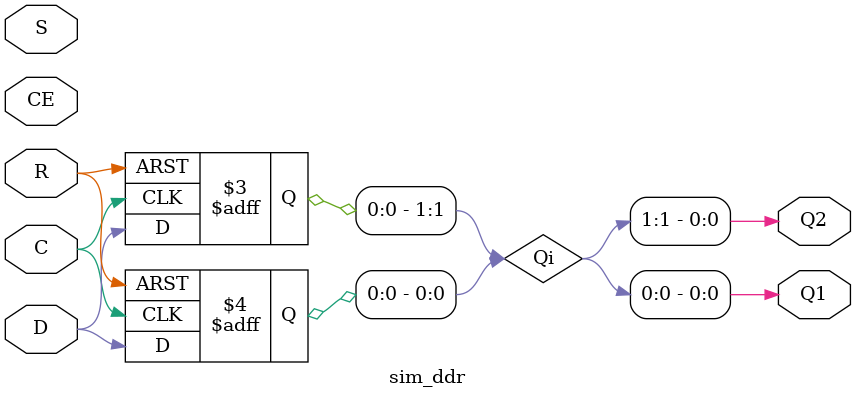
<source format=v>
module sim_ddr(
   output Q1, Q2,
   input  C,CE,D,R,S
);

   reg [1:0] Qi;

   always@(posedge C or posedge R) begin
      if (R) begin
         Qi[0] <= 1'b0;
      end
      else begin
         Qi[0] <= D;
      end
   end

   always@(negedge C or posedge R) begin
      if (R) begin
         Qi[1] <= 1'b0;
      end
      else begin
         Qi[1] <= D;
      end
   end

   assign Q1 = Qi[0];
   assign Q2 = Qi[1];

endmodule

</source>
